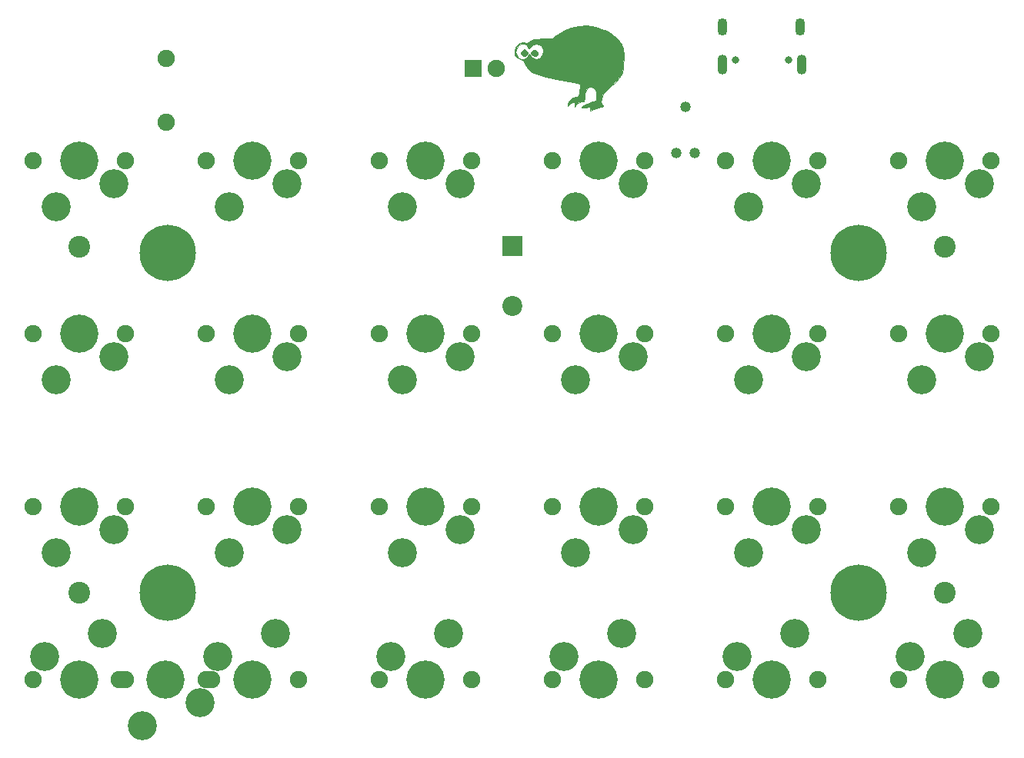
<source format=gts>
G04 #@! TF.GenerationSoftware,KiCad,Pcbnew,(5.0.1-dev-70-gb7b125d83)*
G04 #@! TF.CreationDate,2019-02-21T05:07:09+01:00*
G04 #@! TF.ProjectId,vitamins_included,766974616D696E735F696E636C756465,rev?*
G04 #@! TF.SameCoordinates,Original*
G04 #@! TF.FileFunction,Soldermask,Top*
G04 #@! TF.FilePolarity,Negative*
%FSLAX46Y46*%
G04 Gerber Fmt 4.6, Leading zero omitted, Abs format (unit mm)*
G04 Created by KiCad (PCBNEW (5.0.1-dev-70-gb7b125d83)) date 02/21/19 05:07:09*
%MOMM*%
%LPD*%
G01*
G04 APERTURE LIST*
%ADD10C,0.010000*%
%ADD11C,1.900000*%
%ADD12C,6.200000*%
%ADD13C,3.200000*%
%ADD14C,4.200000*%
%ADD15O,1.900000X1.900000*%
%ADD16R,1.900000X1.900000*%
%ADD17C,1.190600*%
%ADD18C,2.200000*%
%ADD19R,2.200000X2.200000*%
%ADD20C,0.800000*%
%ADD21O,1.100000X1.900000*%
%ADD22O,1.100000X2.200000*%
%ADD23C,2.400000*%
G04 APERTURE END LIST*
D10*
G04 #@! TO.C,G\002A\002A\002A*
G36*
X66337919Y-2162640D02*
X67283817Y-2475473D01*
X67567897Y-2600277D01*
X68211726Y-2963902D01*
X68713271Y-3397037D01*
X69091455Y-3917376D01*
X69199105Y-4125333D01*
X69292579Y-4337867D01*
X69355184Y-4533714D01*
X69392999Y-4755008D01*
X69412106Y-5043888D01*
X69418583Y-5442488D01*
X69419000Y-5649333D01*
X69406755Y-6240491D01*
X69359333Y-6725422D01*
X69260705Y-7135255D01*
X69094844Y-7501121D01*
X68845719Y-7854150D01*
X68497301Y-8225471D01*
X68033563Y-8646215D01*
X67752718Y-8885456D01*
X67474360Y-9151906D01*
X67233992Y-9438996D01*
X67099370Y-9653020D01*
X66973194Y-10001007D01*
X66926915Y-10330932D01*
X66962718Y-10596732D01*
X67048333Y-10729333D01*
X67164614Y-10867107D01*
X67120273Y-10952538D01*
X66916241Y-10984024D01*
X66900167Y-10984160D01*
X66667125Y-11020896D01*
X66367622Y-11114176D01*
X66180500Y-11191932D01*
X65736000Y-11398876D01*
X65736000Y-11179447D01*
X65727846Y-11055307D01*
X65675923Y-10996079D01*
X65539037Y-10987194D01*
X65275998Y-11014083D01*
X65270333Y-11014749D01*
X64964506Y-11032497D01*
X64811604Y-11000446D01*
X64805241Y-10926196D01*
X64939036Y-10817347D01*
X65206602Y-10681499D01*
X65601557Y-10526252D01*
X65713331Y-10487379D01*
X66371000Y-10263666D01*
X66396269Y-9732089D01*
X66403571Y-9431290D01*
X66377955Y-9238641D01*
X66301626Y-9093637D01*
X66164247Y-8943221D01*
X65896932Y-8752804D01*
X65649540Y-8720999D01*
X65434188Y-8837266D01*
X65262992Y-9091062D01*
X65148071Y-9471848D01*
X65104605Y-9865035D01*
X65083200Y-10348333D01*
X64758198Y-10401171D01*
X64412159Y-10535425D01*
X64238352Y-10697504D01*
X64043508Y-10941000D01*
X64043087Y-10660127D01*
X64029886Y-10472971D01*
X63968368Y-10414741D01*
X63852167Y-10437025D01*
X63647207Y-10537971D01*
X63471167Y-10669156D01*
X63280667Y-10843517D01*
X63280667Y-10665921D01*
X63357019Y-10416871D01*
X63558837Y-10175469D01*
X63845265Y-9981145D01*
X64082423Y-9892147D01*
X64264137Y-9843428D01*
X64385376Y-9784764D01*
X64465647Y-9682372D01*
X64524460Y-9502469D01*
X64581324Y-9211271D01*
X64625594Y-8951541D01*
X64662082Y-8636404D01*
X64642707Y-8461178D01*
X64621301Y-8434660D01*
X64515110Y-8404500D01*
X64269487Y-8351391D01*
X63911940Y-8280762D01*
X63469976Y-8198042D01*
X62971102Y-8108660D01*
X62956883Y-8106167D01*
X62014163Y-7931097D01*
X61222947Y-7761267D01*
X60565737Y-7591284D01*
X60025039Y-7415755D01*
X59583355Y-7229289D01*
X59223190Y-7026494D01*
X59047333Y-6901269D01*
X58851039Y-6705169D01*
X58662215Y-6446924D01*
X58517981Y-6185106D01*
X58455460Y-5978285D01*
X58455100Y-5966833D01*
X58393216Y-5848638D01*
X58234533Y-5818666D01*
X58003633Y-5745691D01*
X57736937Y-5540870D01*
X57715963Y-5520230D01*
X57540051Y-5329764D01*
X57458506Y-5171632D01*
X57445587Y-4980024D01*
X57552813Y-4980024D01*
X57653708Y-5283192D01*
X57839163Y-5522767D01*
X58080426Y-5676685D01*
X58348748Y-5722883D01*
X58615377Y-5639295D01*
X58742341Y-5538689D01*
X58897001Y-5364080D01*
X58992492Y-5221189D01*
X59047585Y-5141335D01*
X59102174Y-5221189D01*
X59279948Y-5471103D01*
X59531726Y-5657797D01*
X59793005Y-5733919D01*
X59800763Y-5734000D01*
X60106393Y-5662585D01*
X60338308Y-5473742D01*
X60489752Y-5205575D01*
X60553974Y-4896186D01*
X60524220Y-4583679D01*
X60393737Y-4306155D01*
X60155771Y-4101719D01*
X60095131Y-4073141D01*
X59773880Y-4007522D01*
X59484827Y-4100749D01*
X59216296Y-4351843D01*
X59074116Y-4494384D01*
X58992985Y-4498853D01*
X58986833Y-4486299D01*
X58812030Y-4219682D01*
X58540309Y-4032756D01*
X58406577Y-3991087D01*
X58136300Y-4016958D01*
X57871085Y-4167878D01*
X57660862Y-4405613D01*
X57565228Y-4635328D01*
X57552813Y-4980024D01*
X57445587Y-4980024D01*
X57444912Y-4970027D01*
X57459552Y-4784425D01*
X57510090Y-4482176D01*
X57613069Y-4272132D01*
X57767791Y-4109195D01*
X57997827Y-3962143D01*
X58258488Y-3878325D01*
X58495057Y-3867069D01*
X58652815Y-3937708D01*
X58666323Y-3955982D01*
X58756317Y-3957174D01*
X58931535Y-3861292D01*
X59060841Y-3765482D01*
X59207584Y-3651958D01*
X59339168Y-3573600D01*
X59491881Y-3522300D01*
X59702015Y-3489947D01*
X60005860Y-3468432D01*
X60439706Y-3449645D01*
X60481565Y-3448000D01*
X61560087Y-3405666D01*
X62018210Y-3055289D01*
X62807482Y-2550826D01*
X63640098Y-2208836D01*
X64510049Y-2029814D01*
X65411326Y-2014251D01*
X66337919Y-2162640D01*
X66337919Y-2162640D01*
G37*
X66337919Y-2162640D02*
X67283817Y-2475473D01*
X67567897Y-2600277D01*
X68211726Y-2963902D01*
X68713271Y-3397037D01*
X69091455Y-3917376D01*
X69199105Y-4125333D01*
X69292579Y-4337867D01*
X69355184Y-4533714D01*
X69392999Y-4755008D01*
X69412106Y-5043888D01*
X69418583Y-5442488D01*
X69419000Y-5649333D01*
X69406755Y-6240491D01*
X69359333Y-6725422D01*
X69260705Y-7135255D01*
X69094844Y-7501121D01*
X68845719Y-7854150D01*
X68497301Y-8225471D01*
X68033563Y-8646215D01*
X67752718Y-8885456D01*
X67474360Y-9151906D01*
X67233992Y-9438996D01*
X67099370Y-9653020D01*
X66973194Y-10001007D01*
X66926915Y-10330932D01*
X66962718Y-10596732D01*
X67048333Y-10729333D01*
X67164614Y-10867107D01*
X67120273Y-10952538D01*
X66916241Y-10984024D01*
X66900167Y-10984160D01*
X66667125Y-11020896D01*
X66367622Y-11114176D01*
X66180500Y-11191932D01*
X65736000Y-11398876D01*
X65736000Y-11179447D01*
X65727846Y-11055307D01*
X65675923Y-10996079D01*
X65539037Y-10987194D01*
X65275998Y-11014083D01*
X65270333Y-11014749D01*
X64964506Y-11032497D01*
X64811604Y-11000446D01*
X64805241Y-10926196D01*
X64939036Y-10817347D01*
X65206602Y-10681499D01*
X65601557Y-10526252D01*
X65713331Y-10487379D01*
X66371000Y-10263666D01*
X66396269Y-9732089D01*
X66403571Y-9431290D01*
X66377955Y-9238641D01*
X66301626Y-9093637D01*
X66164247Y-8943221D01*
X65896932Y-8752804D01*
X65649540Y-8720999D01*
X65434188Y-8837266D01*
X65262992Y-9091062D01*
X65148071Y-9471848D01*
X65104605Y-9865035D01*
X65083200Y-10348333D01*
X64758198Y-10401171D01*
X64412159Y-10535425D01*
X64238352Y-10697504D01*
X64043508Y-10941000D01*
X64043087Y-10660127D01*
X64029886Y-10472971D01*
X63968368Y-10414741D01*
X63852167Y-10437025D01*
X63647207Y-10537971D01*
X63471167Y-10669156D01*
X63280667Y-10843517D01*
X63280667Y-10665921D01*
X63357019Y-10416871D01*
X63558837Y-10175469D01*
X63845265Y-9981145D01*
X64082423Y-9892147D01*
X64264137Y-9843428D01*
X64385376Y-9784764D01*
X64465647Y-9682372D01*
X64524460Y-9502469D01*
X64581324Y-9211271D01*
X64625594Y-8951541D01*
X64662082Y-8636404D01*
X64642707Y-8461178D01*
X64621301Y-8434660D01*
X64515110Y-8404500D01*
X64269487Y-8351391D01*
X63911940Y-8280762D01*
X63469976Y-8198042D01*
X62971102Y-8108660D01*
X62956883Y-8106167D01*
X62014163Y-7931097D01*
X61222947Y-7761267D01*
X60565737Y-7591284D01*
X60025039Y-7415755D01*
X59583355Y-7229289D01*
X59223190Y-7026494D01*
X59047333Y-6901269D01*
X58851039Y-6705169D01*
X58662215Y-6446924D01*
X58517981Y-6185106D01*
X58455460Y-5978285D01*
X58455100Y-5966833D01*
X58393216Y-5848638D01*
X58234533Y-5818666D01*
X58003633Y-5745691D01*
X57736937Y-5540870D01*
X57715963Y-5520230D01*
X57540051Y-5329764D01*
X57458506Y-5171632D01*
X57445587Y-4980024D01*
X57552813Y-4980024D01*
X57653708Y-5283192D01*
X57839163Y-5522767D01*
X58080426Y-5676685D01*
X58348748Y-5722883D01*
X58615377Y-5639295D01*
X58742341Y-5538689D01*
X58897001Y-5364080D01*
X58992492Y-5221189D01*
X59047585Y-5141335D01*
X59102174Y-5221189D01*
X59279948Y-5471103D01*
X59531726Y-5657797D01*
X59793005Y-5733919D01*
X59800763Y-5734000D01*
X60106393Y-5662585D01*
X60338308Y-5473742D01*
X60489752Y-5205575D01*
X60553974Y-4896186D01*
X60524220Y-4583679D01*
X60393737Y-4306155D01*
X60155771Y-4101719D01*
X60095131Y-4073141D01*
X59773880Y-4007522D01*
X59484827Y-4100749D01*
X59216296Y-4351843D01*
X59074116Y-4494384D01*
X58992985Y-4498853D01*
X58986833Y-4486299D01*
X58812030Y-4219682D01*
X58540309Y-4032756D01*
X58406577Y-3991087D01*
X58136300Y-4016958D01*
X57871085Y-4167878D01*
X57660862Y-4405613D01*
X57565228Y-4635328D01*
X57552813Y-4980024D01*
X57445587Y-4980024D01*
X57444912Y-4970027D01*
X57459552Y-4784425D01*
X57510090Y-4482176D01*
X57613069Y-4272132D01*
X57767791Y-4109195D01*
X57997827Y-3962143D01*
X58258488Y-3878325D01*
X58495057Y-3867069D01*
X58652815Y-3937708D01*
X58666323Y-3955982D01*
X58756317Y-3957174D01*
X58931535Y-3861292D01*
X59060841Y-3765482D01*
X59207584Y-3651958D01*
X59339168Y-3573600D01*
X59491881Y-3522300D01*
X59702015Y-3489947D01*
X60005860Y-3468432D01*
X60439706Y-3449645D01*
X60481565Y-3448000D01*
X61560087Y-3405666D01*
X62018210Y-3055289D01*
X62807482Y-2550826D01*
X63640098Y-2208836D01*
X64510049Y-2029814D01*
X65411326Y-2014251D01*
X66337919Y-2162640D01*
G36*
X58631477Y-4696842D02*
X58782006Y-4840593D01*
X58872698Y-4994418D01*
X58878000Y-5029044D01*
X58814510Y-5156230D01*
X58671001Y-5297052D01*
X58517909Y-5387457D01*
X58475214Y-5395333D01*
X58345490Y-5340710D01*
X58249047Y-5262285D01*
X58141094Y-5106386D01*
X58116000Y-5014333D01*
X58181721Y-4850494D01*
X58330867Y-4699034D01*
X58489925Y-4633333D01*
X58631477Y-4696842D01*
X58631477Y-4696842D01*
G37*
X58631477Y-4696842D02*
X58782006Y-4840593D01*
X58872698Y-4994418D01*
X58878000Y-5029044D01*
X58814510Y-5156230D01*
X58671001Y-5297052D01*
X58517909Y-5387457D01*
X58475214Y-5395333D01*
X58345490Y-5340710D01*
X58249047Y-5262285D01*
X58141094Y-5106386D01*
X58116000Y-5014333D01*
X58181721Y-4850494D01*
X58330867Y-4699034D01*
X58489925Y-4633333D01*
X58631477Y-4696842D01*
G36*
X59756148Y-4685709D02*
X59907675Y-4835617D01*
X59945591Y-4936409D01*
X59940035Y-5174006D01*
X59819597Y-5333970D01*
X59630419Y-5391067D01*
X59418640Y-5320063D01*
X59349714Y-5262285D01*
X59237686Y-5118433D01*
X59244031Y-4985259D01*
X59370089Y-4801290D01*
X59559649Y-4670204D01*
X59756148Y-4685709D01*
X59756148Y-4685709D01*
G37*
X59756148Y-4685709D02*
X59907675Y-4835617D01*
X59945591Y-4936409D01*
X59940035Y-5174006D01*
X59819597Y-5333970D01*
X59630419Y-5391067D01*
X59418640Y-5320063D01*
X59349714Y-5262285D01*
X59237686Y-5118433D01*
X59244031Y-4985259D01*
X59370089Y-4801290D01*
X59559649Y-4670204D01*
X59756148Y-4685709D01*
G04 #@! TD*
D11*
G04 #@! TO.C,P8*
X19057500Y-5628000D03*
X19057500Y-12628000D03*
G04 #@! TD*
D12*
G04 #@! TO.C,REF\002A\002A*
X19250000Y-27000000D03*
G04 #@! TD*
D13*
G04 #@! TO.C,SW45*
X50140000Y-68920000D03*
X43790000Y-71460000D03*
D11*
X52680000Y-74000000D03*
X42520000Y-74000000D03*
D14*
X47600000Y-74000000D03*
G04 #@! TD*
D13*
G04 #@! TO.C,SW39*
X45060000Y-60030000D03*
X51410000Y-57490000D03*
D11*
X42520000Y-54950000D03*
X52680000Y-54950000D03*
D14*
X47600000Y-54950000D03*
G04 #@! TD*
D15*
G04 #@! TO.C,J4*
X55400000Y-6750000D03*
D16*
X52860000Y-6750000D03*
G04 #@! TD*
D13*
G04 #@! TO.C,SW35*
X83160000Y-40980000D03*
X89510000Y-38440000D03*
D11*
X80620000Y-35900000D03*
X90780000Y-35900000D03*
D14*
X85700000Y-35900000D03*
G04 #@! TD*
D12*
G04 #@! TO.C,REF\002A\002A*
X95250000Y-27000000D03*
G04 #@! TD*
G04 #@! TO.C,REF\002A\002A*
X95250000Y-64500000D03*
G04 #@! TD*
D13*
G04 #@! TO.C,SW31*
X6960000Y-40980000D03*
X13310000Y-38440000D03*
D11*
X4420000Y-35900000D03*
X14580000Y-35900000D03*
D14*
X9500000Y-35900000D03*
G04 #@! TD*
D17*
G04 #@! TO.C,J6*
X75234000Y-16040000D03*
X77266000Y-16040000D03*
X76250000Y-10960000D03*
G04 #@! TD*
D13*
G04 #@! TO.C,SW46*
X69190000Y-68920000D03*
X62840000Y-71460000D03*
D11*
X71730000Y-74000000D03*
X61570000Y-74000000D03*
D14*
X66650000Y-74000000D03*
G04 #@! TD*
D13*
G04 #@! TO.C,SW33*
X45060000Y-40980000D03*
X51410000Y-38440000D03*
D11*
X42520000Y-35900000D03*
X52680000Y-35900000D03*
D14*
X47600000Y-35900000D03*
G04 #@! TD*
D13*
G04 #@! TO.C,SW32*
X26010000Y-40980000D03*
X32360000Y-38440000D03*
D11*
X23470000Y-35900000D03*
X33630000Y-35900000D03*
D14*
X28550000Y-35900000D03*
G04 #@! TD*
D13*
G04 #@! TO.C,SW25*
X6960000Y-21930000D03*
X13310000Y-19390000D03*
D11*
X4420000Y-16850000D03*
X14580000Y-16850000D03*
D14*
X9500000Y-16850000D03*
G04 #@! TD*
D13*
G04 #@! TO.C,SW47*
X88240000Y-68920000D03*
X81890000Y-71460000D03*
D11*
X90780000Y-74000000D03*
X80620000Y-74000000D03*
D14*
X85700000Y-74000000D03*
G04 #@! TD*
D13*
G04 #@! TO.C,SW42*
X102210000Y-60030000D03*
X108560000Y-57490000D03*
D11*
X99670000Y-54950000D03*
X109830000Y-54950000D03*
D14*
X104750000Y-54950000D03*
G04 #@! TD*
D13*
G04 #@! TO.C,SW41*
X83160000Y-60030000D03*
X89510000Y-57490000D03*
D11*
X80620000Y-54950000D03*
X90780000Y-54950000D03*
D14*
X85700000Y-54950000D03*
G04 #@! TD*
D13*
G04 #@! TO.C,SW37*
X6960000Y-60030000D03*
X13310000Y-57490000D03*
D11*
X4420000Y-54950000D03*
X14580000Y-54950000D03*
D14*
X9500000Y-54950000D03*
G04 #@! TD*
D12*
G04 #@! TO.C,REF\002A\002A*
X19250000Y-64473000D03*
G04 #@! TD*
D13*
G04 #@! TO.C,SW43*
X16485000Y-79080000D03*
X22835000Y-76540000D03*
D11*
X13945000Y-74000000D03*
X24105000Y-74000000D03*
D14*
X19025000Y-74000000D03*
G04 #@! TD*
D13*
G04 #@! TO.C,SW44*
X31090000Y-68920000D03*
X24740000Y-71460000D03*
D11*
X33630000Y-74000000D03*
X23470000Y-74000000D03*
D14*
X28550000Y-74000000D03*
G04 #@! TD*
D13*
G04 #@! TO.C,SW36*
X102210000Y-40980000D03*
X108560000Y-38440000D03*
D11*
X99670000Y-35900000D03*
X109830000Y-35900000D03*
D14*
X104750000Y-35900000D03*
G04 #@! TD*
D13*
G04 #@! TO.C,SW29*
X83160000Y-21930000D03*
X89510000Y-19390000D03*
D11*
X80620000Y-16850000D03*
X90780000Y-16850000D03*
D14*
X85700000Y-16850000D03*
G04 #@! TD*
D18*
G04 #@! TO.C,J5*
X57176000Y-32896000D03*
D19*
X57176000Y-26296000D03*
G04 #@! TD*
D13*
G04 #@! TO.C,SW48*
X107290000Y-68920000D03*
X100940000Y-71460000D03*
D11*
X109830000Y-74000000D03*
X99670000Y-74000000D03*
D14*
X104750000Y-74000000D03*
G04 #@! TD*
D13*
G04 #@! TO.C,SW38*
X26010000Y-60030000D03*
X32360000Y-57490000D03*
D11*
X23470000Y-54950000D03*
X33630000Y-54950000D03*
D14*
X28550000Y-54950000D03*
G04 #@! TD*
D13*
G04 #@! TO.C,SW43*
X12040000Y-68920000D03*
X5690000Y-71460000D03*
D11*
X14580000Y-74000000D03*
X4420000Y-74000000D03*
D14*
X9500000Y-74000000D03*
G04 #@! TD*
D13*
G04 #@! TO.C,SW30*
X102210000Y-21930000D03*
X108560000Y-19390000D03*
D11*
X99670000Y-16850000D03*
X109830000Y-16850000D03*
D14*
X104750000Y-16850000D03*
G04 #@! TD*
D13*
G04 #@! TO.C,SW26*
X26010000Y-21930000D03*
X32360000Y-19390000D03*
D11*
X23470000Y-16850000D03*
X33630000Y-16850000D03*
D14*
X28550000Y-16850000D03*
G04 #@! TD*
D13*
G04 #@! TO.C,SW34*
X64110000Y-40980000D03*
X70460000Y-38440000D03*
D11*
X61570000Y-35900000D03*
X71730000Y-35900000D03*
D14*
X66650000Y-35900000D03*
G04 #@! TD*
D13*
G04 #@! TO.C,SW27*
X45060000Y-21930000D03*
X51410000Y-19390000D03*
D11*
X42520000Y-16850000D03*
X52680000Y-16850000D03*
D14*
X47600000Y-16850000D03*
G04 #@! TD*
D20*
G04 #@! TO.C,J10*
X81760000Y-5830000D03*
X87540000Y-5830000D03*
D21*
X88880000Y-2140000D03*
X80330000Y-2140000D03*
D22*
X88970000Y-6310000D03*
X80330000Y-6310000D03*
G04 #@! TD*
D23*
G04 #@! TO.C,REF\002A\002A*
X104750000Y-64475000D03*
G04 #@! TD*
D13*
G04 #@! TO.C,SW40*
X64110000Y-60030000D03*
X70460000Y-57490000D03*
D11*
X61570000Y-54950000D03*
X71730000Y-54950000D03*
D14*
X66650000Y-54950000D03*
G04 #@! TD*
D13*
G04 #@! TO.C,SW28*
X64110000Y-21930000D03*
X70460000Y-19390000D03*
D11*
X61570000Y-16850000D03*
X71730000Y-16850000D03*
D14*
X66650000Y-16850000D03*
G04 #@! TD*
D23*
G04 #@! TO.C,REF\002A\002A*
X9500000Y-64475000D03*
G04 #@! TD*
G04 #@! TO.C,REF\002A\002A*
X104750000Y-26375000D03*
G04 #@! TD*
G04 #@! TO.C,REF\002A\002A*
X9500000Y-26375000D03*
G04 #@! TD*
M02*

</source>
